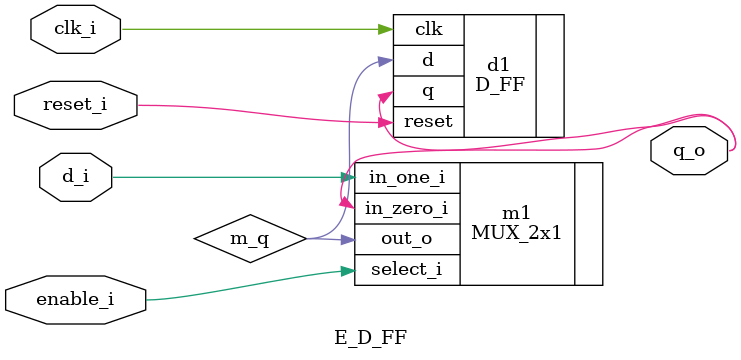
<source format=sv>
`timescale 1ns/10ps

module E_D_FF (q_o, d_i, enable_i, reset_i, clk_i);
    
    output  logic   q_o;

    input   logic   d_i;
    input   logic   enable_i;
    input   logic   reset_i;
    input   logic   clk_i;

    logic           m_q;

    MUX_2x1     m1      (.out_o(m_q), .in_zero_i(q_o), .in_one_i(d_i), .select_i(enable_i));
    D_FF        d1      (.q(q_o), .d(m_q), .reset(reset_i), .clk(clk_i));

endmodule

</source>
